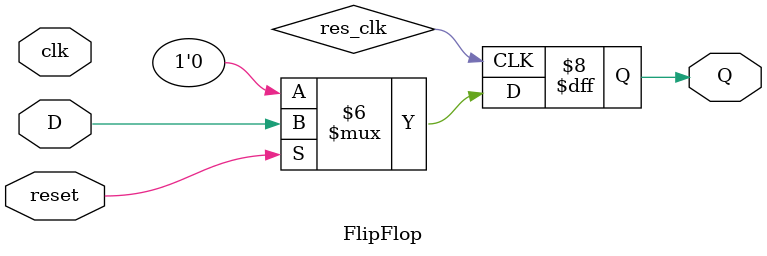
<source format=v>
module FlipFlop(input D, clk, reset, output reg Q);
wire res_clk;
assign resclk = ~reset & clk;
always@(posedge res_clk)
begin
if(reset != 0)
Q<=D;
else Q<=0;
end
endmodule

</source>
